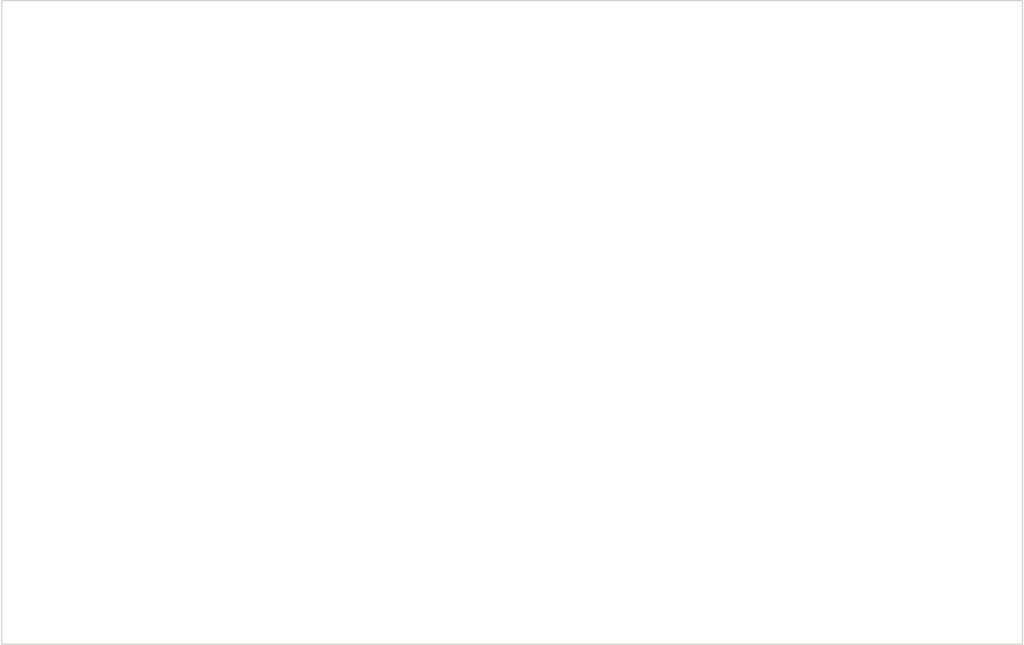
<source format=kicad_pcb>
(kicad_pcb (version 20211014) (generator pcbnew)

  (general
    (thickness 1.6)
  )

  (paper "A4")

  (title_block
    (title "PwnZero PCB")
    (date "2026-01-18")
    (rev "1.0")
    (company "Open Source")
  )

  (layers
    (0 "F.Cu" signal)
    (31 "B.Cu" signal)
    (32 "B.Adhes" user "B.Adhesive")
    (33 "F.Adhes" user "F.Adhesive")
    (34 "B.Paste" user)
    (35 "F.Paste" user)
    (36 "B.SilkS" user "B.Silkscreen")
    (37 "F.SilkS" user "F.Silkscreen")
    (38 "B.Mask" user)
    (39 "F.Mask" user)
    (40 "Dwgs.User" user "User.Drawings")
    (41 "Cmts.User" user "User.Comments")
    (42 "Eco1.User" user "User.Eco1")
    (43 "Eco2.User" user "User.Eco2")
    (44 "Edge.Cuts" user)
    (45 "Margin" user)
    (46 "B.CrtYd" user "B.Courtyard")
    (47 "F.CrtYd" user "F.Courtyard")
    (48 "B.Fab" user)
    (49 "F.Fab" user)
  )

  (setup
    (pad_to_mask_clearance 0)
    (pcbplotparams
      (layerselection 0x00010fc_ffffffff)
      (disableapertmacros false)
      (usegerberextensions false)
      (usegerberattributes true)
      (usegerberadvancedattributes true)
      (creategerberjobfile true)
      (svguseinch false)
      (svgprecision 6)
      (excludeedgelayer true)
      (plotframeref false)
      (viasonmask false)
      (mode 1)
      (useauxorigin false)
      (hpglpennumber 1)
      (hpglpenspeed 20)
      (hpglpendiameter 15.000000)
      (dxfpolygonmode true)
      (dxfimperialunits true)
      (dxfusepcbnewfont true)
      (psnegative false)
      (psa4output false)
      (plotreference true)
      (plotvalue true)
      (plotinvisibletext false)
      (sketchpadsonfab false)
      (subtractmaskfromsilk false)
      (outputformat 1)
      (mirror false)
      (drillshape 1)
      (scaleselection 1)
      (outputdirectory "")
    )
  )

  (net 0 "")
  (net 1 "GND")
  (net 2 "+3V3")
  (net 3 "+5V")
  (net 4 "I2C_SDA")
  (net 5 "I2C_SCL")
  (net 6 "SPI_MOSI")
  (net 7 "SPI_MISO")
  (net 8 "SPI_SCLK")
  (net 9 "CC1101_TX_CS")
  (net 10 "CC1101_RX_CS")
  (net 11 "GPIO5_IR_TX")
  (net 12 "GPIO6_IR_RX")
  (net 13 "GPIO12_LED_RED")
  (net 14 "GPIO16_LED_YELLOW")
  (net 15 "GPIO20_LED_GREEN")


  (gr_line (start 0 0) (end 85.6 0) (layer "Edge.Cuts") (width 0.1) (tstamp 1a2b3c4d-5e6f-7890-abcd-ef1234567890))
  (gr_line (start 85.6 0) (end 85.6 53.98) (layer "Edge.Cuts") (width 0.1) (tstamp 2b3c4d5e-6f78-90ab-cdef-123456789012))
  (gr_line (start 85.6 53.98) (end 0 53.98) (layer "Edge.Cuts") (width 0.1) (tstamp 3c4d5e6f-7890-abcd-ef12-345678901234))
  (gr_line (start 0 53.98) (end 0 0) (layer "Edge.Cuts") (width 0.1) (tstamp 4d5e6f78-90ab-cdef-1234-567890123456))


  (footprint "MountingHole:MountingHole_2.7mm_M2.5" (layer "F.Cu") (at 5 5))


  (footprint "MountingHole:MountingHole_2.7mm_M2.5" (layer "F.Cu") (at 80.6 5))


  (footprint "MountingHole:MountingHole_2.7mm_M2.5" (layer "F.Cu") (at 5 48.98))


  (footprint "MountingHole:MountingHole_2.7mm_M2.5" (layer "F.Cu") (at 80.6 48.98))

)

  (footprint "Connector_PinHeader_2.54mm:PinHeader_2x20_P2.54mm_Vertical" (layer "B.Cu") (at 42.8 27))


  (footprint "Display:OLED_128x64" (layer "F.Cu") (at 31 16))


  (footprint "LED_THT:LED_D5.0mm" (layer "F.Cu") (at 78 5))


  (footprint "LED_THT:LED_D5.0mm" (layer "F.Cu") (at 78 13))


  (footprint "LED_THT:LED_D5.0mm" (layer "F.Cu") (at 78 21))


  (gr_text "PwnZero v1.0" (at 42.8 2 0) (layer "F.SilkS")
    (effects (font (size 2 2) (thickness 0.3) bold))
    (tstamp cdef5678-0123-4567-89ab-cdef12345678)
  )

  (gr_text "OLED" (at 31 24 0) (layer "F.SilkS")
    (effects (font (size 1.5 1.5) (thickness 0.2)))
    (tstamp def67890-1234-5678-9abc-def123456789)
  )

  (gr_text "LEDs" (at 78 28 0) (layer "F.SilkS")
    (effects (font (size 1 1) (thickness 0.15)))
    (tstamp ef789012-3456-789a-bcde-f12345678901)
  )

)

</source>
